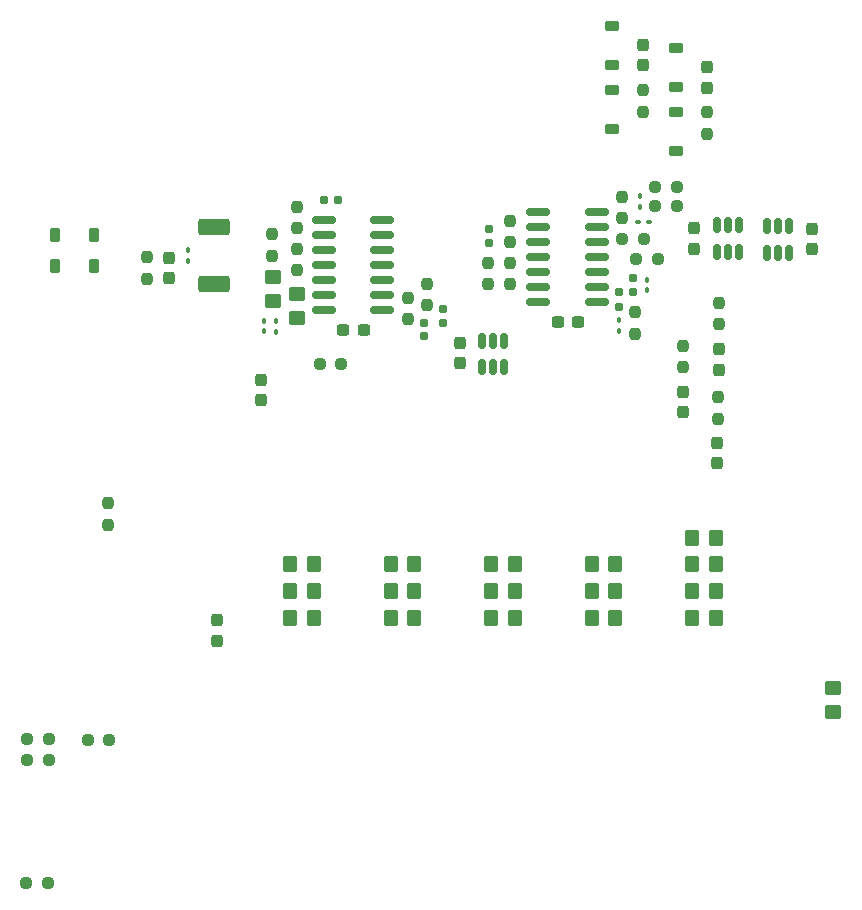
<source format=gbr>
%TF.GenerationSoftware,KiCad,Pcbnew,9.0.0*%
%TF.CreationDate,2025-04-04T02:17:59+01:00*%
%TF.ProjectId,Analogue Board,416e616c-6f67-4756-9520-426f6172642e,rev?*%
%TF.SameCoordinates,Original*%
%TF.FileFunction,Paste,Top*%
%TF.FilePolarity,Positive*%
%FSLAX46Y46*%
G04 Gerber Fmt 4.6, Leading zero omitted, Abs format (unit mm)*
G04 Created by KiCad (PCBNEW 9.0.0) date 2025-04-04 02:17:59*
%MOMM*%
%LPD*%
G01*
G04 APERTURE LIST*
G04 Aperture macros list*
%AMRoundRect*
0 Rectangle with rounded corners*
0 $1 Rounding radius*
0 $2 $3 $4 $5 $6 $7 $8 $9 X,Y pos of 4 corners*
0 Add a 4 corners polygon primitive as box body*
4,1,4,$2,$3,$4,$5,$6,$7,$8,$9,$2,$3,0*
0 Add four circle primitives for the rounded corners*
1,1,$1+$1,$2,$3*
1,1,$1+$1,$4,$5*
1,1,$1+$1,$6,$7*
1,1,$1+$1,$8,$9*
0 Add four rect primitives between the rounded corners*
20,1,$1+$1,$2,$3,$4,$5,0*
20,1,$1+$1,$4,$5,$6,$7,0*
20,1,$1+$1,$6,$7,$8,$9,0*
20,1,$1+$1,$8,$9,$2,$3,0*%
G04 Aperture macros list end*
%ADD10RoundRect,0.250000X-0.350000X-0.450000X0.350000X-0.450000X0.350000X0.450000X-0.350000X0.450000X0*%
%ADD11RoundRect,0.237500X0.237500X-0.250000X0.237500X0.250000X-0.237500X0.250000X-0.237500X-0.250000X0*%
%ADD12RoundRect,0.237500X0.237500X-0.300000X0.237500X0.300000X-0.237500X0.300000X-0.237500X-0.300000X0*%
%ADD13RoundRect,0.237500X-0.250000X-0.237500X0.250000X-0.237500X0.250000X0.237500X-0.250000X0.237500X0*%
%ADD14RoundRect,0.160000X-0.160000X0.197500X-0.160000X-0.197500X0.160000X-0.197500X0.160000X0.197500X0*%
%ADD15RoundRect,0.090000X-0.139000X-0.090000X0.139000X-0.090000X0.139000X0.090000X-0.139000X0.090000X0*%
%ADD16RoundRect,0.160000X-0.197500X-0.160000X0.197500X-0.160000X0.197500X0.160000X-0.197500X0.160000X0*%
%ADD17RoundRect,0.250000X-0.450000X0.350000X-0.450000X-0.350000X0.450000X-0.350000X0.450000X0.350000X0*%
%ADD18RoundRect,0.237500X-0.237500X0.250000X-0.237500X-0.250000X0.237500X-0.250000X0.237500X0.250000X0*%
%ADD19RoundRect,0.090000X0.090000X-0.139000X0.090000X0.139000X-0.090000X0.139000X-0.090000X-0.139000X0*%
%ADD20RoundRect,0.225000X0.375000X-0.225000X0.375000X0.225000X-0.375000X0.225000X-0.375000X-0.225000X0*%
%ADD21RoundRect,0.237500X0.250000X0.237500X-0.250000X0.237500X-0.250000X-0.237500X0.250000X-0.237500X0*%
%ADD22RoundRect,0.150000X0.825000X0.150000X-0.825000X0.150000X-0.825000X-0.150000X0.825000X-0.150000X0*%
%ADD23RoundRect,0.150000X-0.150000X0.512500X-0.150000X-0.512500X0.150000X-0.512500X0.150000X0.512500X0*%
%ADD24RoundRect,0.249999X1.075001X-0.450001X1.075001X0.450001X-1.075001X0.450001X-1.075001X-0.450001X0*%
%ADD25RoundRect,0.237500X-0.237500X0.300000X-0.237500X-0.300000X0.237500X-0.300000X0.237500X0.300000X0*%
%ADD26RoundRect,0.237500X-0.237500X0.287500X-0.237500X-0.287500X0.237500X-0.287500X0.237500X0.287500X0*%
%ADD27RoundRect,0.155000X-0.155000X0.212500X-0.155000X-0.212500X0.155000X-0.212500X0.155000X0.212500X0*%
%ADD28RoundRect,0.090000X-0.090000X0.139000X-0.090000X-0.139000X0.090000X-0.139000X0.090000X0.139000X0*%
%ADD29RoundRect,0.250000X0.450000X-0.350000X0.450000X0.350000X-0.450000X0.350000X-0.450000X-0.350000X0*%
%ADD30RoundRect,0.225000X0.225000X0.375000X-0.225000X0.375000X-0.225000X-0.375000X0.225000X-0.375000X0*%
%ADD31RoundRect,0.237500X0.300000X0.237500X-0.300000X0.237500X-0.300000X-0.237500X0.300000X-0.237500X0*%
%ADD32RoundRect,0.225000X-0.225000X-0.375000X0.225000X-0.375000X0.225000X0.375000X-0.225000X0.375000X0*%
G04 APERTURE END LIST*
D10*
%TO.C,R34*%
X121750000Y-118750000D03*
X123750000Y-118750000D03*
%TD*%
D11*
%TO.C,R43*%
X97800000Y-110912500D03*
X97800000Y-109087500D03*
%TD*%
D12*
%TO.C,C12*%
X110750000Y-100362500D03*
X110750000Y-98637500D03*
%TD*%
D13*
%TO.C,R37*%
X115750000Y-97250000D03*
X117575000Y-97250000D03*
%TD*%
D10*
%TO.C,R31*%
X147250000Y-118750000D03*
X149250000Y-118750000D03*
%TD*%
D13*
%TO.C,R40*%
X141333900Y-86718800D03*
X143158900Y-86718800D03*
%TD*%
%TO.C,R20*%
X90887500Y-141200000D03*
X92712500Y-141200000D03*
%TD*%
D14*
%TO.C,R8*%
X142246400Y-90018800D03*
X142246400Y-91213800D03*
%TD*%
D15*
%TO.C,C18*%
X142713900Y-85218800D03*
X143578900Y-85218800D03*
%TD*%
D16*
%TO.C,R1*%
X116105000Y-83400000D03*
X117300000Y-83400000D03*
%TD*%
D17*
%TO.C,R5*%
X111787500Y-89950000D03*
X111787500Y-91950000D03*
%TD*%
D13*
%TO.C,R44*%
X96087500Y-129110000D03*
X97912500Y-129110000D03*
%TD*%
D18*
%TO.C,R15*%
X124800000Y-90487500D03*
X124800000Y-92312500D03*
%TD*%
D19*
%TO.C,C2*%
X111037500Y-94525000D03*
X111037500Y-93660000D03*
%TD*%
D14*
%TO.C,R11*%
X141046400Y-91221300D03*
X141046400Y-92416300D03*
%TD*%
D20*
%TO.C,D3*%
X145900000Y-73862500D03*
X145900000Y-70562500D03*
%TD*%
D11*
%TO.C,R6*%
X113787500Y-89362500D03*
X113787500Y-87537500D03*
%TD*%
%TO.C,R49*%
X149510000Y-93937500D03*
X149510000Y-92112500D03*
%TD*%
D21*
%TO.C,R38*%
X145958900Y-83918800D03*
X144133900Y-83918800D03*
%TD*%
D22*
%TO.C,U6*%
X139196400Y-92038800D03*
X139196400Y-90768800D03*
X139196400Y-89498800D03*
X139196400Y-88228800D03*
X139196400Y-86958800D03*
X139196400Y-85688800D03*
X139196400Y-84418800D03*
X134246400Y-84418800D03*
X134246400Y-85688800D03*
X134246400Y-86958800D03*
X134246400Y-88228800D03*
X134246400Y-89498800D03*
X134246400Y-90768800D03*
X134246400Y-92038800D03*
%TD*%
D10*
%TO.C,R22*%
X121750000Y-114250000D03*
X123750000Y-114250000D03*
%TD*%
D19*
%TO.C,C19*%
X142846400Y-83951300D03*
X142846400Y-83086300D03*
%TD*%
D21*
%TO.C,R39*%
X145958900Y-82318800D03*
X144133900Y-82318800D03*
%TD*%
D23*
%TO.C,U4*%
X131350000Y-95300000D03*
X130400000Y-95300000D03*
X129450000Y-95300000D03*
X129450000Y-97575000D03*
X130400000Y-97575000D03*
X131350000Y-97575000D03*
%TD*%
D10*
%TO.C,R30*%
X147250000Y-116500000D03*
X149250000Y-116500000D03*
%TD*%
D18*
%TO.C,R46*%
X131820000Y-85161900D03*
X131820000Y-86986900D03*
%TD*%
D21*
%TO.C,R9*%
X144358900Y-88418800D03*
X142533900Y-88418800D03*
%TD*%
D14*
%TO.C,R45*%
X130042000Y-85883300D03*
X130042000Y-87078300D03*
%TD*%
D10*
%TO.C,R21*%
X113250000Y-114250000D03*
X115250000Y-114250000D03*
%TD*%
%TO.C,R29*%
X138750000Y-116500000D03*
X140750000Y-116500000D03*
%TD*%
D24*
%TO.C,R3*%
X106800000Y-90500000D03*
X106800000Y-85700000D03*
%TD*%
D25*
%TO.C,C15*%
X107000000Y-119000000D03*
X107000000Y-120725000D03*
%TD*%
D12*
%TO.C,C6*%
X148500000Y-73900000D03*
X148500000Y-72175000D03*
%TD*%
D11*
%TO.C,R12*%
X148500000Y-77812500D03*
X148500000Y-75987500D03*
%TD*%
D12*
%TO.C,C20*%
X143100000Y-72000000D03*
X143100000Y-70275000D03*
%TD*%
D10*
%TO.C,R27*%
X121750000Y-116500000D03*
X123750000Y-116500000D03*
%TD*%
D26*
%TO.C,8V_OK1*%
X146510000Y-99625000D03*
X146510000Y-101375000D03*
%TD*%
D25*
%TO.C,C22*%
X157446400Y-85856300D03*
X157446400Y-87581300D03*
%TD*%
D10*
%TO.C,R35*%
X113250000Y-118750000D03*
X115250000Y-118750000D03*
%TD*%
%TO.C,R25*%
X147250000Y-114250000D03*
X149250000Y-114250000D03*
%TD*%
D13*
%TO.C,R18*%
X90975000Y-129000000D03*
X92800000Y-129000000D03*
%TD*%
D10*
%TO.C,R26*%
X113250000Y-116500000D03*
X115250000Y-116500000D03*
%TD*%
D23*
%TO.C,U7*%
X151246400Y-85518800D03*
X150296400Y-85518800D03*
X149346400Y-85518800D03*
X149346400Y-87793800D03*
X150296400Y-87793800D03*
X151246400Y-87793800D03*
%TD*%
D10*
%TO.C,R23*%
X130250000Y-114250000D03*
X132250000Y-114250000D03*
%TD*%
D26*
%TO.C,5V_OK1*%
X149400000Y-103950000D03*
X149400000Y-105700000D03*
%TD*%
D10*
%TO.C,R28*%
X130250000Y-116500000D03*
X132250000Y-116500000D03*
%TD*%
D13*
%TO.C,R19*%
X90987500Y-130800000D03*
X92812500Y-130800000D03*
%TD*%
D23*
%TO.C,U8*%
X155496400Y-85581300D03*
X154546400Y-85581300D03*
X153596400Y-85581300D03*
X153596400Y-87856300D03*
X154546400Y-87856300D03*
X155496400Y-87856300D03*
%TD*%
D27*
%TO.C,C8*%
X124600000Y-93800000D03*
X124600000Y-94935000D03*
%TD*%
D20*
%TO.C,D4*%
X140500000Y-77400000D03*
X140500000Y-74100000D03*
%TD*%
D28*
%TO.C,C5*%
X143446400Y-90186300D03*
X143446400Y-91051300D03*
%TD*%
D18*
%TO.C,R16*%
X123200000Y-91687500D03*
X123200000Y-93512500D03*
%TD*%
D11*
%TO.C,R42*%
X143100000Y-75912500D03*
X143100000Y-74087500D03*
%TD*%
D22*
%TO.C,U1*%
X121037500Y-92700000D03*
X121037500Y-91430000D03*
X121037500Y-90160000D03*
X121037500Y-88890000D03*
X121037500Y-87620000D03*
X121037500Y-86350000D03*
X121037500Y-85080000D03*
X116087500Y-85080000D03*
X116087500Y-86350000D03*
X116087500Y-87620000D03*
X116087500Y-88890000D03*
X116087500Y-90160000D03*
X116087500Y-91430000D03*
X116087500Y-92700000D03*
%TD*%
D11*
%TO.C,R41*%
X141346400Y-84943800D03*
X141346400Y-83118800D03*
%TD*%
D29*
%TO.C,TH15*%
X159195000Y-126750000D03*
X159195000Y-124750000D03*
%TD*%
D25*
%TO.C,C9*%
X103000000Y-88275000D03*
X103000000Y-90000000D03*
%TD*%
D11*
%TO.C,R48*%
X131820000Y-90541000D03*
X131820000Y-88716000D03*
%TD*%
%TO.C,R17*%
X101150000Y-90050000D03*
X101150000Y-88225000D03*
%TD*%
D10*
%TO.C,R24*%
X138750000Y-114250000D03*
X140750000Y-114250000D03*
%TD*%
D11*
%TO.C,R4*%
X111687500Y-88112500D03*
X111687500Y-86287500D03*
%TD*%
D25*
%TO.C,C17*%
X127600000Y-95500000D03*
X127600000Y-97225000D03*
%TD*%
D19*
%TO.C,C3*%
X104600000Y-88532500D03*
X104600000Y-87667500D03*
%TD*%
D30*
%TO.C,D5*%
X96603842Y-86378212D03*
X93303842Y-86378212D03*
%TD*%
D31*
%TO.C,C10*%
X119462500Y-94400000D03*
X117737500Y-94400000D03*
%TD*%
D11*
%TO.C,R51*%
X149450000Y-101912500D03*
X149450000Y-100087500D03*
%TD*%
D10*
%TO.C,R32*%
X138750000Y-118750000D03*
X140750000Y-118750000D03*
%TD*%
D18*
%TO.C,R47*%
X129991200Y-88717900D03*
X129991200Y-90542900D03*
%TD*%
D29*
%TO.C,R7*%
X113787500Y-93350000D03*
X113787500Y-91350000D03*
%TD*%
D26*
%TO.C,HV1*%
X149500000Y-96000000D03*
X149500000Y-97750000D03*
%TD*%
D11*
%TO.C,R10*%
X142446400Y-94731300D03*
X142446400Y-92906300D03*
%TD*%
D10*
%TO.C,R36*%
X147250000Y-112000000D03*
X149250000Y-112000000D03*
%TD*%
D20*
%TO.C,D6*%
X145900000Y-79262500D03*
X145900000Y-75962500D03*
%TD*%
D11*
%TO.C,R50*%
X146500000Y-97575000D03*
X146500000Y-95750000D03*
%TD*%
%TO.C,R2*%
X113787500Y-85775000D03*
X113787500Y-83950000D03*
%TD*%
D27*
%TO.C,C7*%
X126200000Y-92665000D03*
X126200000Y-93800000D03*
%TD*%
D19*
%TO.C,C1*%
X112037500Y-94532500D03*
X112037500Y-93667500D03*
%TD*%
D31*
%TO.C,C24*%
X137608900Y-93718800D03*
X135883900Y-93718800D03*
%TD*%
D10*
%TO.C,R33*%
X130250000Y-118750000D03*
X132250000Y-118750000D03*
%TD*%
D20*
%TO.C,D1*%
X140500000Y-72000000D03*
X140500000Y-68700000D03*
%TD*%
D19*
%TO.C,C4*%
X141046400Y-94451300D03*
X141046400Y-93586300D03*
%TD*%
D32*
%TO.C,D2*%
X93300000Y-89000000D03*
X96600000Y-89000000D03*
%TD*%
D25*
%TO.C,C21*%
X147446400Y-85793800D03*
X147446400Y-87518800D03*
%TD*%
M02*

</source>
